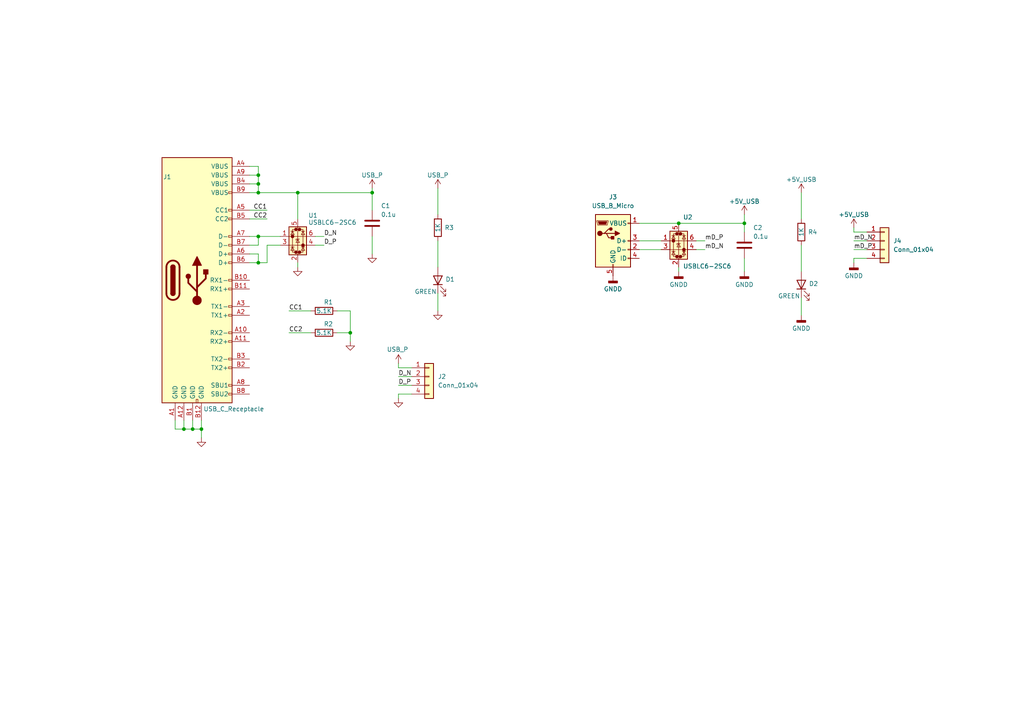
<source format=kicad_sch>
(kicad_sch (version 20231120) (generator "eeschema") (generator_version "8.0")
  (paper "A4")
  (lib_symbols
    (symbol "Connector_Generic:Conn_01x04" (pin_names (offset 1.016) hide)
      (property "Reference" "J" (at 0 5.08 0))
      (property "Value" "Conn_01x04" (at 0 -7.62 0))
      (symbol "Conn_01x04_1_1"
        (rectangle (start -1.27 -4.953) (end 0 -5.207) (stroke (width 0.1524)))
        (rectangle (start -1.27 -2.413) (end 0 -2.667) (stroke (width 0.1524)))
        (rectangle (start -1.27 0.127) (end 0 -0.127) (stroke (width 0.1524)))
        (rectangle (start -1.27 2.667) (end 0 2.413) (stroke (width 0.1524)))
        (rectangle (start -1.27 3.81) (end 1.27 -6.35) (stroke (width 0.254)) (fill (type background)))
        (pin passive line (at -5.08 2.54 0) (length 3.81) (name "Pin_1") (number "1"))
        (pin passive line (at -5.08 0 0) (length 3.81) (name "Pin_2") (number "2"))
        (pin passive line (at -5.08 -2.54 0) (length 3.81) (name "Pin_3") (number "3"))
        (pin passive line (at -5.08 -5.08 0) (length 3.81) (name "Pin_4") (number "4"))
      )
    )
    (symbol "Connector_USB_PCB_Edge:USB_B_Micro" (pin_names (offset 1.016))
      (property "Reference" "J" (at -5.08 11.43 0))
      (property "Value" "USB_B_Micro" (at -5.08 8.89 0))
      (symbol "USB_B_Micro_0_1"
        (rectangle (start -5.08 -7.62) (end 5.08 7.62) (stroke (width 0.254)) (fill (type background)))
        (circle (center -3.81 2.159) (radius 0.635) (stroke (width 0.254)) (fill (type outline)))
        (circle (center -0.635 3.429) (radius 0.381) (stroke (width 0.254)) (fill (type outline)))
        (rectangle (start -0.127 -7.62) (end 0.127 -6.858))
        (polyline (pts (xy -1.905 2.159) (xy 0.635 2.159)) (stroke (width 0.254)))
        (polyline (pts (xy -3.175 2.159) (xy -2.54 2.159) (xy -1.27 3.429) (xy -0.635 3.429)) (stroke (width 0.254)))
        (polyline (pts (xy -2.54 2.159) (xy -1.905 2.159) (xy -1.27 0.889) (xy 0 0.889)) (stroke (width 0.254)))
        (polyline (pts (xy 0.635 2.794) (xy 0.635 1.524) (xy 1.905 2.159) (xy 0.635 2.794)) (stroke (width 0.254)) (fill (type outline)))
        (polyline (pts (xy -4.318 5.588) (xy -1.778 5.588) (xy -2.032 4.826) (xy -4.064 4.826) (xy -4.318 5.588)) (fill (type outline)))
        (polyline (pts (xy -4.699 5.842) (xy -4.699 5.588) (xy -4.445 4.826) (xy -4.445 4.572) (xy -1.651 4.572) (xy -1.651 4.826) (xy -1.397 5.588) (xy -1.397 5.842) (xy -4.699 5.842)))
        (rectangle (start 0.254 1.27) (end -0.508 0.508) (stroke (width 0.254)) (fill (type outline)))
        (rectangle (start 5.08 -5.207) (end 4.318 -4.953))
        (rectangle (start 5.08 -2.667) (end 4.318 -2.413))
        (rectangle (start 5.08 -0.127) (end 4.318 0.127))
        (rectangle (start 5.08 4.953) (end 4.318 5.207))
      )
      (symbol "USB_B_Micro_1_1"
        (pin power_out line (at 7.62 5.08 180) (length 2.54) (name "VBUS") (number "1"))
        (pin bidirectional line (at 7.62 -2.54 180) (length 2.54) (name "D-") (number "2"))
        (pin bidirectional line (at 7.62 0 180) (length 2.54) (name "D+") (number "3"))
        (pin passive line (at 7.62 -5.08 180) (length 2.54) (name "ID") (number "4"))
        (pin power_out line (at 0 -10.16 90) (length 2.54) (name "GND") (number "5"))
        (pin passive line (at -2.54 -10.16 90) (length 2.54) hide (name "Shield") (number "6"))
      )
    )
    (symbol "Connector_USB_PCB_Edge:USB_C_Receptacle_PCB_Edge" (pin_names (offset 1.016))
      (property "Reference" "J" (at -10.16 37.338 0))
      (property "Value" "USB_C_Receptacle_PCB_Edge" (at 17.78 -37.592 0))
      (symbol "USB_C_Receptacle_PCB_Edge_0_0"
        (rectangle (start -0.254 -35.56) (end 0.254 -34.544))
        (rectangle (start 10.16 -32.766) (end 9.144 -33.274))
        (rectangle (start 10.16 -30.226) (end 9.144 -30.734))
        (rectangle (start 10.16 -25.146) (end 9.144 -25.654))
        (rectangle (start 10.16 -22.606) (end 9.144 -23.114))
        (rectangle (start 10.16 -17.526) (end 9.144 -18.034))
        (rectangle (start 10.16 -14.986) (end 9.144 -15.494))
        (rectangle (start 10.16 -9.906) (end 9.144 -10.414))
        (rectangle (start 10.16 -7.366) (end 9.144 -7.874))
        (rectangle (start 10.16 -2.286) (end 9.144 -2.794))
        (rectangle (start 10.16 0.254) (end 9.144 -0.254))
        (rectangle (start 10.16 5.334) (end 9.144 4.826))
        (rectangle (start 10.16 7.874) (end 9.144 7.366))
        (rectangle (start 10.16 10.414) (end 9.144 9.906))
        (rectangle (start 10.16 12.954) (end 9.144 12.446))
        (rectangle (start 10.16 18.034) (end 9.144 17.526))
        (rectangle (start 10.16 20.574) (end 9.144 20.066))
        (rectangle (start 10.16 25.654) (end 9.144 25.146))
      )
      (symbol "USB_C_Receptacle_PCB_Edge_0_1"
        (rectangle (start -10.16 35.56) (end 10.16 -35.56) (stroke (width 0.254)) (fill (type background)))
        (arc (start -8.89 -3.81) (mid -6.985 -5.7067) (end -5.08 -3.81) (stroke (width 0.508)))
        (arc (start -7.62 -3.81) (mid -6.985 -4.4423) (end -6.35 -3.81) (stroke (width 0.254)))
        (arc (start -7.62 -3.81) (mid -6.985 -4.4423) (end -6.35 -3.81) (stroke (width 0.254)) (fill (type outline)))
        (rectangle (start -7.62 -3.81) (end -6.35 3.81) (stroke (width 0.254)) (fill (type outline)))
        (arc (start -6.35 3.81) (mid -6.985 4.4423) (end -7.62 3.81) (stroke (width 0.254)))
        (arc (start -6.35 3.81) (mid -6.985 4.4423) (end -7.62 3.81) (stroke (width 0.254)) (fill (type outline)))
        (arc (start -5.08 3.81) (mid -6.985 5.7067) (end -8.89 3.81) (stroke (width 0.508)))
        (polyline (pts (xy -8.89 -3.81) (xy -8.89 3.81)) (stroke (width 0.508)))
        (polyline (pts (xy -5.08 3.81) (xy -5.08 -3.81)) (stroke (width 0.508)))
      )
      (symbol "USB_C_Receptacle_PCB_Edge_1_1"
        (circle (center -2.54 1.143) (radius 0.635) (stroke (width 0.254)) (fill (type outline)))
        (circle (center 0 -5.842) (radius 1.27) (fill (type outline)))
        (polyline (pts (xy 0 -5.842) (xy 0 4.318)) (stroke (width 0.508)))
        (polyline (pts (xy 0 -3.302) (xy -2.54 -0.762) (xy -2.54 0.508)) (stroke (width 0.508)))
        (polyline (pts (xy 0 -2.032) (xy 2.54 0.508) (xy 2.54 1.778)) (stroke (width 0.508)))
        (polyline (pts (xy -1.27 4.318) (xy 0 6.858) (xy 1.27 4.318) (xy -1.27 4.318)) (stroke (width 0.254)) (fill (type outline)))
        (rectangle (start 1.905 1.778) (end 3.175 3.048) (stroke (width 0.254)) (fill (type outline)))
        (pin passive line (at -6.35 -40.64 90) (length 5.08) (name "GND") (number "A1"))
        (pin bidirectional line (at 15.24 -15.24 180) (length 5.08) (name "RX2-") (number "A10"))
        (pin bidirectional line (at 15.24 -17.78 180) (length 5.08) (name "RX2+") (number "A11"))
        (pin passive line (at -3.81 -40.64 90) (length 5.08) (name "GND") (number "A12"))
        (pin bidirectional line (at 15.24 -10.16 180) (length 5.08) (name "TX1+") (number "A2"))
        (pin bidirectional line (at 15.24 -7.62 180) (length 5.08) (name "TX1-") (number "A3"))
        (pin passive line (at 15.24 33.02 180) (length 5.08) (name "VBUS") (number "A4"))
        (pin bidirectional line (at 15.24 20.32 180) (length 5.08) (name "CC1") (number "A5"))
        (pin bidirectional line (at 15.24 7.62 180) (length 5.08) (name "D+") (number "A6"))
        (pin bidirectional line (at 15.24 12.7 180) (length 5.08) (name "D-") (number "A7"))
        (pin bidirectional line (at 15.24 -30.48 180) (length 5.08) (name "SBU1") (number "A8"))
        (pin passive line (at 15.24 30.48 180) (length 5.08) (name "VBUS") (number "A9"))
        (pin passive line (at -1.27 -40.64 90) (length 5.08) (name "GND") (number "B1"))
        (pin bidirectional line (at 15.24 0 180) (length 5.08) (name "RX1-") (number "B10"))
        (pin bidirectional line (at 15.24 -2.54 180) (length 5.08) (name "RX1+") (number "B11"))
        (pin passive line (at 1.27 -40.64 90) (length 5.08) (name "GND") (number "B12"))
        (pin bidirectional line (at 15.24 -25.4 180) (length 5.08) (name "TX2+") (number "B2"))
        (pin bidirectional line (at 15.24 -22.86 180) (length 5.08) (name "TX2-") (number "B3"))
        (pin passive line (at 15.24 27.94 180) (length 5.08) (name "VBUS") (number "B4"))
        (pin bidirectional line (at 15.24 17.78 180) (length 5.08) (name "CC2") (number "B5"))
        (pin bidirectional line (at 15.24 5.08 180) (length 5.08) (name "D+") (number "B6"))
        (pin bidirectional line (at 15.24 10.16 180) (length 5.08) (name "D-") (number "B7"))
        (pin bidirectional line (at 15.24 -33.02 180) (length 5.08) (name "SBU2") (number "B8"))
        (pin passive line (at 15.24 25.4 180) (length 5.08) (name "VBUS") (number "B9"))
        (pin passive line (at -16.51 -38.1 90) (length 5.08) hide (name "SHIELD") (number "S1"))
      )
    )
    (symbol "Device:C" (pin_numbers hide) (pin_names (offset 0.254))
      (property "Reference" "C" (at 0.635 2.54 0))
      (property "Value" "C" (at 0.635 -2.54 0))
      (symbol "C_0_1"
        (polyline (pts (xy -2.032 -0.762) (xy 2.032 -0.762)) (stroke (width 0.508)))
        (polyline (pts (xy -2.032 0.762) (xy 2.032 0.762)) (stroke (width 0.508)))
      )
      (symbol "C_1_1"
        (pin passive line (at 0 3.81 270) (length 2.794) (name "~") (number "1"))
        (pin passive line (at 0 -3.81 90) (length 2.794) (name "~") (number "2"))
      )
    )
    (symbol "Device:LED" (pin_numbers hide) (pin_names (offset 1.016) hide)
      (property "Reference" "D" (at 0 2.54 0))
      (property "Value" "LED" (at 0 -2.54 0))
      (symbol "LED_0_1"
        (polyline (pts (xy -1.27 -1.27) (xy -1.27 1.27)) (stroke (width 0.254)))
        (polyline (pts (xy -1.27 0) (xy 1.27 0)))
        (polyline (pts (xy 1.27 -1.27) (xy 1.27 1.27) (xy -1.27 0) (xy 1.27 -1.27)) (stroke (width 0.254)))
        (polyline (pts (xy -3.048 -0.762) (xy -4.572 -2.286) (xy -3.81 -2.286) (xy -4.572 -2.286) (xy -4.572 -1.524)))
        (polyline (pts (xy -1.778 -0.762) (xy -3.302 -2.286) (xy -2.54 -2.286) (xy -3.302 -2.286) (xy -3.302 -1.524)))
      )
      (symbol "LED_1_1"
        (pin passive line (at -3.81 0 0) (length 2.54) (name "K") (number "1"))
        (pin passive line (at 3.81 0 180) (length 2.54) (name "A") (number "2"))
      )
    )
    (symbol "Device:R" (pin_numbers hide) (pin_names (offset 0))
      (property "Reference" "R" (at 2.032 0 90))
      (property "Value" "R" (at 0 0 90))
      (symbol "R_0_1"
        (rectangle (start -1.016 -2.54) (end 1.016 2.54) (stroke (width 0.254)))
      )
      (symbol "R_1_1"
        (pin passive line (at 0 3.81 270) (length 1.27) (name "~") (number "1"))
        (pin passive line (at 0 -3.81 90) (length 1.27) (name "~") (number "2"))
      )
    )
    (symbol "Power_Protection:USBLC6-2SC6" (pin_names hide)
      (property "Reference" "U" (at 0.635 5.715 0))
      (property "Value" "USBLC6-2SC6" (at 0.635 3.81 0))
      (symbol "USBLC6-2SC6_0_0"
        (circle (center -1.524 0) (radius 0.0001) (stroke (width 0.508)))
        (circle (center -0.508 -4.572) (radius 0.0001) (stroke (width 0.508)))
        (circle (center -0.508 2.032) (radius 0.0001) (stroke (width 0.508)))
        (circle (center 0.508 -4.572) (radius 0.0001) (stroke (width 0.508)))
        (circle (center 0.508 2.032) (radius 0.0001) (stroke (width 0.508)))
        (circle (center 1.524 -2.54) (radius 0.0001) (stroke (width 0.508)))
      )
      (symbol "USBLC6-2SC6_0_1"
        (polyline (pts (xy -2.54 -2.54) (xy 2.54 -2.54)))
        (polyline (pts (xy -2.54 0) (xy 2.54 0)))
        (polyline (pts (xy -2.032 -3.048) (xy -1.016 -3.048)))
        (polyline (pts (xy -1.016 1.524) (xy -2.032 1.524)))
        (polyline (pts (xy 1.016 -3.048) (xy 2.032 -3.048)))
        (polyline (pts (xy 1.016 1.524) (xy 2.032 1.524)))
        (polyline (pts (xy -0.508 -1.143) (xy -0.508 -0.762) (xy 0.508 -0.762)))
        (polyline (pts (xy -2.032 0.508) (xy -1.016 0.508) (xy -1.524 1.524) (xy -2.032 0.508)))
        (polyline (pts (xy -1.016 -4.064) (xy -2.032 -4.064) (xy -1.524 -3.048) (xy -1.016 -4.064)))
        (polyline (pts (xy 0.508 -1.778) (xy -0.508 -1.778) (xy 0 -0.762) (xy 0.508 -1.778)))
        (polyline (pts (xy 2.032 -4.064) (xy 1.016 -4.064) (xy 1.524 -3.048) (xy 2.032 -4.064)))
        (polyline (pts (xy 2.032 0.508) (xy 1.016 0.508) (xy 1.524 1.524) (xy 2.032 0.508)))
        (polyline (pts (xy 0 2.54) (xy -0.508 2.032) (xy 0.508 2.032) (xy 0 1.524) (xy 0 -4.064) (xy -0.508 -4.572) (xy 0.508 -4.572) (xy 0 -5.08)))
      )
      (symbol "USBLC6-2SC6_1_1"
        (rectangle (start -2.54 2.794) (end 2.54 -5.334) (stroke (width 0.254)) (fill (type background)))
        (polyline (pts (xy -0.508 2.032) (xy -1.524 2.032) (xy -1.524 -4.572) (xy -0.508 -4.572)))
        (polyline (pts (xy 0.508 -4.572) (xy 1.524 -4.572) (xy 1.524 2.032) (xy 0.508 2.032)))
        (pin passive line (at -5.08 0 0) (length 2.54) (name "I/O1") (number "1"))
        (pin passive line (at 0 -7.62 90) (length 2.54) (name "GND") (number "2"))
        (pin passive line (at -5.08 -2.54 0) (length 2.54) (name "I/O2") (number "3"))
        (pin passive line (at 5.08 -2.54 180) (length 2.54) (name "I/O2") (number "4"))
        (pin passive line (at 0 5.08 270) (length 2.54) (name "VBUS") (number "5"))
        (pin passive line (at 5.08 0 180) (length 2.54) (name "I/O1") (number "6"))
      )
    )
    (symbol "power:+3.3V" (power) (pin_names (offset 0))
      (property "Value" "+3.3V" (at 0 3.556 0))
      (symbol "+3.3V_0_1"
        (polyline (pts (xy -0.762 1.27) (xy 0 2.54)))
        (polyline (pts (xy 0 0) (xy 0 2.54)))
        (polyline (pts (xy 0 2.54) (xy 0.762 1.27)))
      )
      (symbol "+3.3V_1_1"
        (pin power_in line (at 0 0 90) (length 0) hide (name "+3.3V") (number "1"))
      )
    )
    (symbol "power:GND" (power) (pin_names (offset 0))
      (property "Value" "GND" (at 0 -3.81 0))
      (symbol "GND_0_1"
        (polyline (pts (xy 0 0) (xy 0 -1.27) (xy 1.27 -1.27) (xy 0 -2.54) (xy -1.27 -1.27) (xy 0 -1.27)))
      )
      (symbol "GND_1_1"
        (pin power_in line (at 0 0 270) (length 0) hide (name "GND") (number "1"))
      )
    )
    (symbol "power:GNDD" (power) (pin_names (offset 0))
      (property "Value" "GNDD" (at 0 -3.175 0))
      (symbol "GNDD_0_1"
        (rectangle (start -1.27 -1.524) (end 1.27 -2.032) (stroke (width 0.254)) (fill (type outline)))
        (polyline (pts (xy 0 0) (xy 0 -1.524)))
      )
      (symbol "GNDD_1_1"
        (pin power_in line (at 0 0 270) (length 0) hide (name "GNDD") (number "1"))
      )
    )
  )
  (junction (at 196.85 64.77))
  (junction (at 74.93 50.8))
  (junction (at 74.93 68.58))
  (junction (at 101.6 96.52))
  (junction (at 74.93 76.2))
  (junction (at 107.95 55.88))
  (junction (at 215.9 64.77))
  (junction (at 74.93 55.88))
  (junction (at 53.34 124.46))
  (junction (at 58.42 124.46))
  (junction (at 55.88 124.46))
  (junction (at 86.36 55.88))
  (junction (at 74.93 53.34))
  (wire (pts (xy 58.42 124.46) (xy 58.42 127)))
  (wire (pts (xy 101.6 90.17) (xy 97.79 90.17)))
  (wire (pts (xy 115.57 106.68) (xy 119.38 106.68)))
  (wire (pts (xy 83.82 90.17) (xy 90.17 90.17)))
  (wire (pts (xy 86.36 76.2) (xy 86.36 77.47)))
  (wire (pts (xy 127 90.17) (xy 127 85.09)))
  (wire (pts (xy 74.93 48.26) (xy 74.93 50.8)))
  (wire (pts (xy 83.82 96.52) (xy 90.17 96.52)))
  (wire (pts (xy 91.44 68.58) (xy 93.98 68.58)))
  (wire (pts (xy 201.93 72.39) (xy 204.47 72.39)))
  (wire (pts (xy 74.93 73.66) (xy 72.39 73.66)))
  (wire (pts (xy 196.85 64.77) (xy 215.9 64.77)))
  (wire (pts (xy 107.95 55.88) (xy 107.95 60.96)))
  (wire (pts (xy 74.93 71.12) (xy 74.93 68.58)))
  (wire (pts (xy 127 54.61) (xy 127 62.23)))
  (wire (pts (xy 72.39 71.12) (xy 74.93 71.12)))
  (wire (pts (xy 185.42 69.85) (xy 191.77 69.85)))
  (wire (pts (xy 50.8 124.46) (xy 53.34 124.46)))
  (wire (pts (xy 101.6 96.52) (xy 101.6 99.06)))
  (wire (pts (xy 101.6 90.17) (xy 101.6 96.52)))
  (wire (pts (xy 215.9 64.77) (xy 215.9 67.31)))
  (wire (pts (xy 53.34 124.46) (xy 55.88 124.46)))
  (wire (pts (xy 50.8 121.92) (xy 50.8 124.46)))
  (wire (pts (xy 215.9 74.93) (xy 215.9 78.74)))
  (wire (pts (xy 55.88 121.92) (xy 55.88 124.46)))
  (wire (pts (xy 72.39 76.2) (xy 74.93 76.2)))
  (wire (pts (xy 77.47 71.12) (xy 77.47 76.2)))
  (wire (pts (xy 107.95 54.61) (xy 107.95 55.88)))
  (wire (pts (xy 74.93 68.58) (xy 81.28 68.58)))
  (wire (pts (xy 107.95 68.58) (xy 107.95 73.66)))
  (wire (pts (xy 74.93 53.34) (xy 74.93 55.88)))
  (wire (pts (xy 58.42 124.46) (xy 58.42 121.92)))
  (wire (pts (xy 115.57 109.22) (xy 119.38 109.22)))
  (wire (pts (xy 247.65 67.31) (xy 251.46 67.31)))
  (wire (pts (xy 247.65 66.04) (xy 247.65 67.31)))
  (wire (pts (xy 72.39 55.88) (xy 74.93 55.88)))
  (wire (pts (xy 232.41 71.12) (xy 232.41 78.74)))
  (wire (pts (xy 53.34 121.92) (xy 53.34 124.46)))
  (wire (pts (xy 185.42 64.77) (xy 196.85 64.77)))
  (wire (pts (xy 77.47 76.2) (xy 74.93 76.2)))
  (wire (pts (xy 74.93 55.88) (xy 86.36 55.88)))
  (wire (pts (xy 72.39 48.26) (xy 74.93 48.26)))
  (wire (pts (xy 127 69.85) (xy 127 77.47)))
  (wire (pts (xy 247.65 72.39) (xy 251.46 72.39)))
  (wire (pts (xy 101.6 96.52) (xy 97.79 96.52)))
  (wire (pts (xy 72.39 53.34) (xy 74.93 53.34)))
  (wire (pts (xy 74.93 68.58) (xy 72.39 68.58)))
  (wire (pts (xy 185.42 72.39) (xy 191.77 72.39)))
  (wire (pts (xy 115.57 105.41) (xy 115.57 106.68)))
  (wire (pts (xy 115.57 115.57) (xy 115.57 114.3)))
  (wire (pts (xy 247.65 69.85) (xy 251.46 69.85)))
  (wire (pts (xy 81.28 71.12) (xy 77.47 71.12)))
  (wire (pts (xy 77.47 60.96) (xy 72.39 60.96)))
  (wire (pts (xy 201.93 69.85) (xy 204.47 69.85)))
  (wire (pts (xy 232.41 91.44) (xy 232.41 86.36)))
  (wire (pts (xy 86.36 55.88) (xy 107.95 55.88)))
  (wire (pts (xy 74.93 76.2) (xy 74.93 73.66)))
  (wire (pts (xy 115.57 114.3) (xy 119.38 114.3)))
  (wire (pts (xy 77.47 63.5) (xy 72.39 63.5)))
  (wire (pts (xy 232.41 55.88) (xy 232.41 63.5)))
  (wire (pts (xy 196.85 77.47) (xy 196.85 78.74)))
  (wire (pts (xy 215.9 62.23) (xy 215.9 64.77)))
  (wire (pts (xy 115.57 111.76) (xy 119.38 111.76)))
  (wire (pts (xy 91.44 71.12) (xy 93.98 71.12)))
  (wire (pts (xy 247.65 74.93) (xy 251.46 74.93)))
  (wire (pts (xy 86.36 55.88) (xy 86.36 63.5)))
  (wire (pts (xy 55.88 124.46) (xy 58.42 124.46)))
  (wire (pts (xy 247.65 76.2) (xy 247.65 74.93)))
  (wire (pts (xy 74.93 50.8) (xy 74.93 53.34)))
  (wire (pts (xy 72.39 50.8) (xy 74.93 50.8)))
  (label "CC2" (at 83.82 96.52 0))
  (label "CC2" (at 77.47 63.5 180))
  (label "D_N" (at 93.98 68.58 0))
  (label "mD_N" (at 204.47 72.39 0))
  (label "D_N" (at 115.57 109.22 0))
  (label "mD_P" (at 247.65 72.39 0))
  (label "mD_P" (at 204.47 69.85 0))
  (label "mD_N" (at 247.65 69.85 0))
  (label "CC1" (at 83.82 90.17 0))
  (label "CC1" (at 77.47 60.96 180))
  (label "D_P" (at 93.98 71.12 0))
  (label "D_P" (at 115.57 111.76 0))
  (symbol (lib_id "Device:R") (at 232.41 67.31 0) (unit 1)
    (property "Reference" "R4" (at 235.712 67.31 0))
    (property "Value" "1K" (at 232.41 67.31 90))
    (property "Footprint" "Resistor_SMD:R_0603_1608Metric" (effects (hide yes)))
    (property "Description" "Resistor" (effects (hide yes)))
  )
  (symbol (lib_id "Power_Protection:USBLC6-2SC6") (at 86.36 68.58 0) (unit 1)
    (property "Reference" "U1" (at 89.408 62.484 0) (effects (justify left)))
    (property "Value" "USBLC6-2SC6" (at 89.408 64.516 0) (effects (justify left)))
    (property "Footprint" "Package_TO_SOT_SMD:SOT-23-6" (effects (hide yes)))
    (property "Datasheet" "https://www.st.com/resource/en/datasheet/usblc6-2.pdf" (effects (hide yes)))
    (property "Description" "Very low capacitance ESD protection diode, 2 data-line, SOT-23-6" (effects (hide yes)))
  )
  (symbol (lib_id "power:GND") (at 58.42 127 0) (unit 1)
    (property "Reference" "#PWR01" (effects (hide yes)))
    (property "Value" "GND" (effects (hide yes)))
  )
  (symbol (lib_id "power:+3.3V") (at 215.9 62.23 0) (unit 1)
    (property "Reference" "#PWR018" (effects (hide yes)))
    (property "Value" "+5V_USB" (at 215.9 58.42 0))
  )
  (symbol (lib_id "power:GND") (at 107.95 73.66 0) (unit 1)
    (property "Reference" "#PWR05" (effects (hide yes)))
    (property "Value" "GND" (effects (hide yes)))
  )
  (symbol (lib_id "power:+3.3V") (at 127 54.61 0) (unit 1)
    (property "Reference" "#PWR06" (effects (hide yes)))
    (property "Value" "USB_P" (at 127 50.8 0))
  )
  (symbol (lib_id "Connector_Generic:Conn_01x04") (at 124.46 109.22 0) (unit 1)
    (property "Reference" "J2" (at 127 109.2199 0) (effects (justify left)))
    (property "Value" "Conn_01x04" (at 127 111.7599 0) (effects (justify left)))
    (property "Footprint" "Connector_PinHeader_2.54mm:PinHeader_1x04_P2.54mm_Vertical" (effects (hide yes)))
    (property "Description" "Generic connector, single row, 01x04, script generated (kicad-library-utils/schlib/autogen/connector/)" (effects (hide yes)))
  )
  (symbol (lib_id "Device:LED") (at 232.41 82.55 90) (unit 1)
    (property "Reference" "D2" (at 235.966 82.296 90))
    (property "Value" "GREEN" (at 228.854 85.852 90))
    (property "Footprint" "LED_SMD:LED_0603_1608Metric" (effects (hide yes)))
  )
  (symbol (lib_id "Device:R") (at 93.98 96.52 270) (mirror x) (unit 1)
    (property "Reference" "R2" (at 95.25 93.98 90))
    (property "Value" "5.1K" (at 93.98 96.52 90))
    (property "Footprint" "Resistor_SMD:R_0603_1608Metric" (effects (hide yes)))
    (property "Description" "Resistor" (effects (hide yes)))
  )
  (symbol (lib_id "Device:R") (at 93.98 90.17 270) (mirror x) (unit 1)
    (property "Reference" "R1" (at 95.25 87.63 90))
    (property "Value" "5.1K" (at 93.98 90.17 90))
    (property "Footprint" "Resistor_SMD:R_0603_1608Metric" (effects (hide yes)))
    (property "Description" "Resistor" (effects (hide yes)))
  )
  (symbol (lib_id "Connector_USB_PCB_Edge:USB_C_Receptacle_PCB_Edge") (at 57.15 81.28 0) (unit 1)
    (property "Reference" "J1" (at 48.514 51.308 0))
    (property "Value" "USB_C_Receptacle" (at 67.818 118.618 0))
    (property "Footprint" "Connector_USB_PCB_Edge:USB_C_PCB_receptacle_24pin_1mm-cutout" (effects (hide yes)))
    (property "Datasheet" "https://www.usb.org/sites/default/files/documents/usb_type-c.zip" (effects (hide yes)))
    (property "Description" "USB Full-Featured Type-C Receptacle connector" (effects (hide yes)))
  )
  (symbol (lib_id "power:+3.3V") (at 247.65 66.04 0) (unit 1)
    (property "Reference" "#PWR013" (effects (hide yes)))
    (property "Value" "+5V_USB" (at 247.65 62.23 0))
  )
  (symbol (lib_id "power:+3.3V") (at 232.41 55.88 0) (unit 1)
    (property "Reference" "#PWR011" (effects (hide yes)))
    (property "Value" "+5V_USB" (at 232.41 52.07 0))
  )
  (symbol (lib_id "power:GND") (at 127 90.17 0) (unit 1)
    (property "Reference" "#PWR07" (effects (hide yes)))
    (property "Value" "GND" (effects (hide yes)))
  )
  (symbol (lib_id "Power_Protection:USBLC6-2SC6") (at 196.85 69.85 0) (unit 1)
    (property "Reference" "U2" (at 198.12 62.992 0) (effects (justify left)))
    (property "Value" "USBLC6-2SC6" (at 198.12 77.216 0) (effects (justify left)))
    (property "Footprint" "Package_TO_SOT_SMD:SOT-23-6" (effects (hide yes)))
    (property "Datasheet" "https://www.st.com/resource/en/datasheet/usblc6-2.pdf" (effects (hide yes)))
    (property "Description" "Very low capacitance ESD protection diode, 2 data-line, SOT-23-6" (effects (hide yes)))
  )
  (symbol (lib_id "Device:R") (at 127 66.04 0) (unit 1)
    (property "Reference" "R3" (at 130.302 66.04 0))
    (property "Value" "1K" (at 127 66.04 90))
    (property "Footprint" "Resistor_SMD:R_0603_1608Metric" (effects (hide yes)))
    (property "Description" "Resistor" (effects (hide yes)))
  )
  (symbol (lib_id "power:GNDD") (at 177.8 80.01 0) (unit 1)
    (property "Reference" "#PWR014" (effects (hide yes)))
    (property "Value" "GNDD" (at 177.8 83.82 0))
    (property "Description" "Power symbol creates a global label with name \"GNDD\" , digital ground" (effects (hide yes)))
  )
  (symbol (lib_id "Device:C") (at 107.95 64.77 0) (unit 1)
    (property "Reference" "C1" (at 110.49 59.69 0) (effects (justify left)))
    (property "Value" "0.1u" (at 110.49 62.23 0) (effects (justify left)))
    (property "Footprint" "Capacitor_SMD:C_0603_1608Metric" (effects (hide yes)))
  )
  (symbol (lib_id "power:GND") (at 115.57 115.57 0) (unit 1)
    (property "Reference" "#PWR08" (effects (hide yes)))
    (property "Value" "GND" (effects (hide yes)))
  )
  (symbol (lib_id "Connector_USB_PCB_Edge:USB_B_Micro") (at 177.8 69.85 0) (unit 1)
    (property "Reference" "J3" (at 177.8 57.15 0))
    (property "Value" "USB_B_Micro" (at 177.8 59.69 0))
    (property "Footprint" "Connector_USB_PCB_Edge:USB_Micro-B_PCB_receptacle_5pin_2mm_cutout" (effects (hide yes)))
    (property "Description" "USB Micro Type B connector" (effects (hide yes)))
  )
  (symbol (lib_id "power:GNDD") (at 247.65 76.2 0) (unit 1)
    (property "Reference" "#PWR012" (effects (hide yes)))
    (property "Value" "GNDD" (at 247.65 80.01 0))
    (property "Description" "Power symbol creates a global label with name \"GNDD\" , digital ground" (effects (hide yes)))
  )
  (symbol (lib_id "Connector_Generic:Conn_01x04") (at 256.54 69.85 0) (unit 1)
    (property "Reference" "J4" (at 259.08 69.8499 0) (effects (justify left)))
    (property "Value" "Conn_01x04" (at 259.08 72.3899 0) (effects (justify left)))
    (property "Footprint" "Connector_PinHeader_2.54mm:PinHeader_1x04_P2.54mm_Vertical" (effects (hide yes)))
    (property "Description" "Generic connector, single row, 01x04, script generated (kicad-library-utils/schlib/autogen/connector/)" (effects (hide yes)))
  )
  (symbol (lib_id "power:GNDD") (at 215.9 78.74 0) (unit 1)
    (property "Reference" "#PWR017" (effects (hide yes)))
    (property "Value" "GNDD" (at 215.9 82.55 0))
    (property "Description" "Power symbol creates a global label with name \"GNDD\" , digital ground" (effects (hide yes)))
  )
  (symbol (lib_id "Device:C") (at 215.9 71.12 0) (unit 1)
    (property "Reference" "C2" (at 218.44 66.04 0) (effects (justify left)))
    (property "Value" "0.1u" (at 218.44 68.58 0) (effects (justify left)))
    (property "Footprint" "Capacitor_SMD:C_0603_1608Metric" (effects (hide yes)))
  )
  (symbol (lib_id "power:GNDD") (at 196.85 78.74 0) (unit 1)
    (property "Reference" "#PWR016" (effects (hide yes)))
    (property "Value" "GNDD" (at 196.85 82.55 0))
    (property "Description" "Power symbol creates a global label with name \"GNDD\" , digital ground" (effects (hide yes)))
  )
  (symbol (lib_id "power:GND") (at 101.6 99.06 0) (unit 1)
    (property "Reference" "#PWR03" (effects (hide yes)))
    (property "Value" "GND" (effects (hide yes)))
  )
  (symbol (lib_id "power:+3.3V") (at 107.95 54.61 0) (unit 1)
    (property "Reference" "#PWR04" (effects (hide yes)))
    (property "Value" "USB_P" (at 107.95 50.8 0))
  )
  (symbol (lib_id "Device:LED") (at 127 81.28 90) (unit 1)
    (property "Reference" "D1" (at 130.556 81.026 90))
    (property "Value" "GREEN" (at 123.444 84.582 90))
    (property "Footprint" "LED_SMD:LED_0603_1608Metric" (effects (hide yes)))
  )
  (symbol (lib_id "power:+3.3V") (at 115.57 105.41 0) (unit 1)
    (property "Reference" "#PWR09" (effects (hide yes)))
    (property "Value" "USB_P" (at 115.316 101.346 0))
  )
  (symbol (lib_id "power:GND") (at 86.36 77.47 0) (unit 1)
    (property "Reference" "#PWR02" (effects (hide yes)))
    (property "Value" "GND" (effects (hide yes)))
  )
  (symbol (lib_id "power:GNDD") (at 232.41 91.44 0) (unit 1)
    (property "Reference" "#PWR010" (effects (hide yes)))
    (property "Value" "GNDD" (at 232.41 95.25 0))
    (property "Description" "Power symbol creates a global label with name \"GNDD\" , digital ground" (effects (hide yes)))
  )
)
</source>
